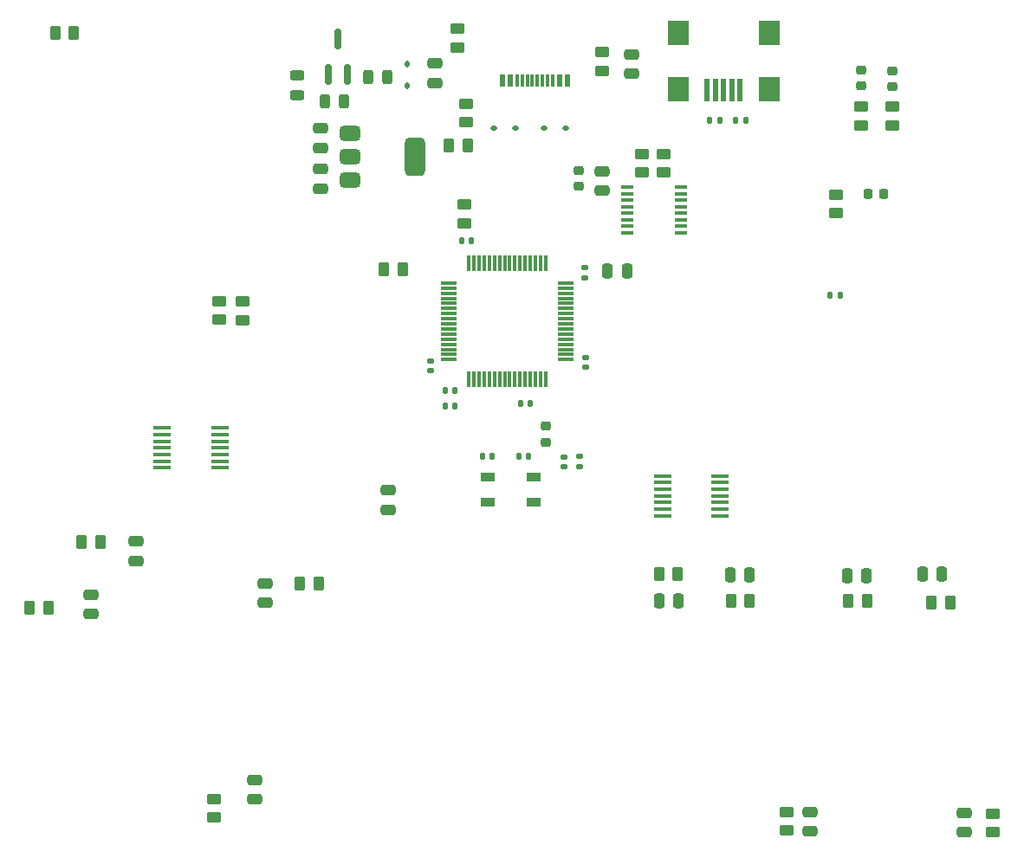
<source format=gbr>
%TF.GenerationSoftware,KiCad,Pcbnew,8.0.6*%
%TF.CreationDate,2025-01-09T21:18:53+11:00*%
%TF.ProjectId,drone_remote,64726f6e-655f-4726-956d-6f74652e6b69,rev?*%
%TF.SameCoordinates,Original*%
%TF.FileFunction,Paste,Top*%
%TF.FilePolarity,Positive*%
%FSLAX46Y46*%
G04 Gerber Fmt 4.6, Leading zero omitted, Abs format (unit mm)*
G04 Created by KiCad (PCBNEW 8.0.6) date 2025-01-09 21:18:53*
%MOMM*%
%LPD*%
G01*
G04 APERTURE LIST*
G04 Aperture macros list*
%AMRoundRect*
0 Rectangle with rounded corners*
0 $1 Rounding radius*
0 $2 $3 $4 $5 $6 $7 $8 $9 X,Y pos of 4 corners*
0 Add a 4 corners polygon primitive as box body*
4,1,4,$2,$3,$4,$5,$6,$7,$8,$9,$2,$3,0*
0 Add four circle primitives for the rounded corners*
1,1,$1+$1,$2,$3*
1,1,$1+$1,$4,$5*
1,1,$1+$1,$6,$7*
1,1,$1+$1,$8,$9*
0 Add four rect primitives between the rounded corners*
20,1,$1+$1,$2,$3,$4,$5,0*
20,1,$1+$1,$4,$5,$6,$7,0*
20,1,$1+$1,$6,$7,$8,$9,0*
20,1,$1+$1,$8,$9,$2,$3,0*%
G04 Aperture macros list end*
%ADD10RoundRect,0.140000X-0.140000X-0.170000X0.140000X-0.170000X0.140000X0.170000X-0.140000X0.170000X0*%
%ADD11RoundRect,0.250000X-0.450000X0.262500X-0.450000X-0.262500X0.450000X-0.262500X0.450000X0.262500X0*%
%ADD12RoundRect,0.162500X0.162500X-0.837500X0.162500X0.837500X-0.162500X0.837500X-0.162500X-0.837500X0*%
%ADD13RoundRect,0.250000X0.475000X-0.250000X0.475000X0.250000X-0.475000X0.250000X-0.475000X-0.250000X0*%
%ADD14RoundRect,0.250000X0.262500X0.450000X-0.262500X0.450000X-0.262500X-0.450000X0.262500X-0.450000X0*%
%ADD15RoundRect,0.250000X0.450000X-0.262500X0.450000X0.262500X-0.450000X0.262500X-0.450000X-0.262500X0*%
%ADD16RoundRect,0.250000X0.250000X0.475000X-0.250000X0.475000X-0.250000X-0.475000X0.250000X-0.475000X0*%
%ADD17R,1.676400X0.355600*%
%ADD18RoundRect,0.218750X-0.256250X0.218750X-0.256250X-0.218750X0.256250X-0.218750X0.256250X0.218750X0*%
%ADD19RoundRect,0.140000X0.140000X0.170000X-0.140000X0.170000X-0.140000X-0.170000X0.140000X-0.170000X0*%
%ADD20RoundRect,0.250000X-0.262500X-0.450000X0.262500X-0.450000X0.262500X0.450000X-0.262500X0.450000X0*%
%ADD21RoundRect,0.250000X-0.250000X-0.475000X0.250000X-0.475000X0.250000X0.475000X-0.250000X0.475000X0*%
%ADD22RoundRect,0.112500X0.187500X0.112500X-0.187500X0.112500X-0.187500X-0.112500X0.187500X-0.112500X0*%
%ADD23R,1.200000X0.400000*%
%ADD24RoundRect,0.250000X-0.475000X0.250000X-0.475000X-0.250000X0.475000X-0.250000X0.475000X0.250000X0*%
%ADD25RoundRect,0.075000X0.075000X-0.700000X0.075000X0.700000X-0.075000X0.700000X-0.075000X-0.700000X0*%
%ADD26RoundRect,0.075000X0.700000X-0.075000X0.700000X0.075000X-0.700000X0.075000X-0.700000X-0.075000X0*%
%ADD27RoundRect,0.243750X0.243750X0.456250X-0.243750X0.456250X-0.243750X-0.456250X0.243750X-0.456250X0*%
%ADD28RoundRect,0.243750X-0.243750X-0.456250X0.243750X-0.456250X0.243750X0.456250X-0.243750X0.456250X0*%
%ADD29RoundRect,0.112500X-0.187500X-0.112500X0.187500X-0.112500X0.187500X0.112500X-0.187500X0.112500X0*%
%ADD30RoundRect,0.140000X-0.170000X0.140000X-0.170000X-0.140000X0.170000X-0.140000X0.170000X0.140000X0*%
%ADD31RoundRect,0.140000X0.170000X-0.140000X0.170000X0.140000X-0.170000X0.140000X-0.170000X-0.140000X0*%
%ADD32R,1.447800X0.889000*%
%ADD33RoundRect,0.375000X-0.625000X-0.375000X0.625000X-0.375000X0.625000X0.375000X-0.625000X0.375000X0*%
%ADD34RoundRect,0.500000X-0.500000X-1.400000X0.500000X-1.400000X0.500000X1.400000X-0.500000X1.400000X0*%
%ADD35RoundRect,0.112500X0.112500X-0.187500X0.112500X0.187500X-0.112500X0.187500X-0.112500X-0.187500X0*%
%ADD36RoundRect,0.218750X0.218750X0.256250X-0.218750X0.256250X-0.218750X-0.256250X0.218750X-0.256250X0*%
%ADD37RoundRect,0.243750X0.456250X-0.243750X0.456250X0.243750X-0.456250X0.243750X-0.456250X-0.243750X0*%
%ADD38R,0.508000X2.311400*%
%ADD39R,2.006600X2.489200*%
%ADD40R,0.600000X1.150000*%
%ADD41R,0.300000X1.150000*%
%ADD42RoundRect,0.135000X-0.135000X-0.185000X0.135000X-0.185000X0.135000X0.185000X-0.135000X0.185000X0*%
G04 APERTURE END LIST*
D10*
%TO.C,C1*%
X111700000Y-43600000D03*
X112660000Y-43600000D03*
%TD*%
D11*
%TO.C,R6*%
X123950000Y-42275000D03*
X123950000Y-44100000D03*
%TD*%
D12*
%TO.C,Q1*%
X71850000Y-39120000D03*
X73750000Y-39120000D03*
X72800000Y-35700000D03*
%TD*%
D13*
%TO.C,C27*%
X134025000Y-113250000D03*
X134025000Y-111350000D03*
%TD*%
D11*
%TO.C,R1*%
X98600000Y-36975000D03*
X98600000Y-38800000D03*
%TD*%
D14*
%TO.C,R16*%
X47000000Y-35100000D03*
X45175000Y-35100000D03*
%TD*%
D15*
%TO.C,R20*%
X136825000Y-113250000D03*
X136825000Y-111425000D03*
%TD*%
D16*
%TO.C,C25*%
X124475000Y-88200000D03*
X122575000Y-88200000D03*
%TD*%
D17*
%TO.C,U3*%
X55630600Y-73699999D03*
X55630600Y-74350000D03*
X55630600Y-75000001D03*
X55630600Y-75650000D03*
X55630600Y-76299999D03*
X55630600Y-76950000D03*
X55630600Y-77599999D03*
X61269400Y-77600001D03*
X61269400Y-76950000D03*
X61269400Y-76300001D03*
X61269400Y-75650000D03*
X61269400Y-75000001D03*
X61269400Y-74350000D03*
X61269400Y-73700001D03*
%TD*%
D13*
%TO.C,C18*%
X82275000Y-39950000D03*
X82275000Y-38050000D03*
%TD*%
D18*
%TO.C,L1*%
X96300000Y-48512500D03*
X96300000Y-50087500D03*
%TD*%
D13*
%TO.C,C22*%
X48700000Y-91900000D03*
X48700000Y-90000000D03*
%TD*%
D15*
%TO.C,R8*%
X85200000Y-53700000D03*
X85200000Y-51875000D03*
%TD*%
D19*
%TO.C,C8*%
X85827894Y-55405734D03*
X84867894Y-55405734D03*
%TD*%
D18*
%TO.C,L2*%
X93100000Y-73525000D03*
X93100000Y-75100000D03*
%TD*%
D20*
%TO.C,R22*%
X111200000Y-90600000D03*
X113025000Y-90600000D03*
%TD*%
D13*
%TO.C,C4*%
X77700000Y-81700000D03*
X77700000Y-79800000D03*
%TD*%
D15*
%TO.C,R3*%
X104600000Y-48725000D03*
X104600000Y-46900000D03*
%TD*%
D11*
%TO.C,R2*%
X102500000Y-46900000D03*
X102500000Y-48725000D03*
%TD*%
D21*
%TO.C,C28*%
X111125000Y-88100000D03*
X113025000Y-88100000D03*
%TD*%
D22*
%TO.C,D2*%
X90150000Y-44375000D03*
X88050000Y-44375000D03*
%TD*%
D23*
%TO.C,U5*%
X106300000Y-54622500D03*
X106300000Y-53987500D03*
X106300000Y-53352500D03*
X106300000Y-52717500D03*
X106300000Y-52082500D03*
X106300000Y-51447500D03*
X106300000Y-50812500D03*
X106300000Y-50177500D03*
X101100000Y-50177500D03*
X101100000Y-50812500D03*
X101100000Y-51447500D03*
X101100000Y-52082500D03*
X101100000Y-52717500D03*
X101100000Y-53352500D03*
X101100000Y-53987500D03*
X101100000Y-54622500D03*
%TD*%
D15*
%TO.C,R15*%
X60700000Y-111800000D03*
X60700000Y-109975000D03*
%TD*%
D13*
%TO.C,C20*%
X71100000Y-50300000D03*
X71100000Y-48400000D03*
%TD*%
%TO.C,C21*%
X65700000Y-90800000D03*
X65700000Y-88900000D03*
%TD*%
D14*
%TO.C,R13*%
X49600000Y-84900000D03*
X47775000Y-84900000D03*
%TD*%
D11*
%TO.C,R5*%
X61200000Y-61287500D03*
X61200000Y-63112500D03*
%TD*%
D24*
%TO.C,C3*%
X101500000Y-37150000D03*
X101500000Y-39050000D03*
%TD*%
D19*
%TO.C,C2*%
X110100000Y-43600000D03*
X109140000Y-43600000D03*
%TD*%
D18*
%TO.C,D7*%
X126962500Y-38787500D03*
X126962500Y-40362500D03*
%TD*%
D13*
%TO.C,C5*%
X98600000Y-50500000D03*
X98600000Y-48600000D03*
%TD*%
D25*
%TO.C,U1*%
X85600000Y-68950000D03*
X86100000Y-68950000D03*
X86600000Y-68950000D03*
X87100000Y-68950000D03*
X87600000Y-68950000D03*
X88100000Y-68950000D03*
X88600000Y-68950000D03*
X89100000Y-68950000D03*
X89600000Y-68950000D03*
X90100000Y-68950000D03*
X90600000Y-68950000D03*
X91100000Y-68950000D03*
X91600000Y-68950000D03*
X92100000Y-68950000D03*
X92600000Y-68950000D03*
X93100000Y-68950000D03*
D26*
X95025000Y-67025000D03*
X95025000Y-66525000D03*
X95025000Y-66025000D03*
X95025000Y-65525000D03*
X95025000Y-65025000D03*
X95025000Y-64525000D03*
X95025000Y-64025000D03*
X95025000Y-63525000D03*
X95025000Y-63025000D03*
X95025000Y-62525000D03*
X95025000Y-62025000D03*
X95025000Y-61525000D03*
X95025000Y-61025000D03*
X95025000Y-60525000D03*
X95025000Y-60025000D03*
X95025000Y-59525000D03*
D25*
X93100000Y-57600000D03*
X92600000Y-57600000D03*
X92100000Y-57600000D03*
X91600000Y-57600000D03*
X91100000Y-57600000D03*
X90600000Y-57600000D03*
X90100000Y-57600000D03*
X89600000Y-57600000D03*
X89100000Y-57600000D03*
X88600000Y-57600000D03*
X88100000Y-57600000D03*
X87600000Y-57600000D03*
X87100000Y-57600000D03*
X86600000Y-57600000D03*
X86100000Y-57600000D03*
X85600000Y-57600000D03*
D26*
X83675000Y-59525000D03*
X83675000Y-60025000D03*
X83675000Y-60525000D03*
X83675000Y-61025000D03*
X83675000Y-61525000D03*
X83675000Y-62025000D03*
X83675000Y-62525000D03*
X83675000Y-63025000D03*
X83675000Y-63525000D03*
X83675000Y-64025000D03*
X83675000Y-64525000D03*
X83675000Y-65025000D03*
X83675000Y-65525000D03*
X83675000Y-66025000D03*
X83675000Y-66525000D03*
X83675000Y-67025000D03*
%TD*%
D27*
%TO.C,F1*%
X77600000Y-39400000D03*
X75725000Y-39400000D03*
%TD*%
D28*
%TO.C,D5*%
X71525000Y-41800000D03*
X73400000Y-41800000D03*
%TD*%
D11*
%TO.C,R17*%
X121500000Y-50900000D03*
X121500000Y-52725000D03*
%TD*%
D15*
%TO.C,R4*%
X84500000Y-36512500D03*
X84500000Y-34687500D03*
%TD*%
D20*
%TO.C,R10*%
X69100000Y-88900000D03*
X70925000Y-88900000D03*
%TD*%
D19*
%TO.C,C16*%
X87910000Y-76475000D03*
X86950000Y-76475000D03*
%TD*%
D13*
%TO.C,C24*%
X64700000Y-110000000D03*
X64700000Y-108100000D03*
%TD*%
D29*
%TO.C,D1*%
X92975000Y-44400000D03*
X95075000Y-44400000D03*
%TD*%
D30*
%TO.C,C7*%
X81850000Y-67170000D03*
X81850000Y-68130000D03*
%TD*%
D31*
%TO.C,C10*%
X97000000Y-67750000D03*
X97000000Y-66790000D03*
%TD*%
D15*
%TO.C,R12*%
X85350000Y-43825000D03*
X85350000Y-42000000D03*
%TD*%
D14*
%TO.C,R18*%
X124500000Y-90600000D03*
X122675000Y-90600000D03*
%TD*%
D30*
%TO.C,C13*%
X96400000Y-76500000D03*
X96400000Y-77460000D03*
%TD*%
D32*
%TO.C,X1*%
X87479600Y-80975000D03*
X91950000Y-80975000D03*
X91950000Y-78475000D03*
X87479600Y-78475000D03*
%TD*%
D13*
%TO.C,C29*%
X118950000Y-113150000D03*
X118950000Y-111250000D03*
%TD*%
D33*
%TO.C,U2*%
X74000000Y-44900000D03*
X74000000Y-47200000D03*
D34*
X80300000Y-47200000D03*
D33*
X74000000Y-49500000D03*
%TD*%
D16*
%TO.C,C26*%
X131850000Y-88000000D03*
X129950000Y-88000000D03*
%TD*%
D14*
%TO.C,R21*%
X106012500Y-88000000D03*
X104187500Y-88000000D03*
%TD*%
D30*
%TO.C,C14*%
X94900000Y-76540000D03*
X94900000Y-77500000D03*
%TD*%
D20*
%TO.C,R11*%
X83662500Y-46100000D03*
X85487500Y-46100000D03*
%TD*%
D11*
%TO.C,R23*%
X116650000Y-111250000D03*
X116650000Y-113075000D03*
%TD*%
D24*
%TO.C,C19*%
X71100000Y-44400000D03*
X71100000Y-46300000D03*
%TD*%
D10*
%TO.C,C17*%
X90490000Y-76475000D03*
X91450000Y-76475000D03*
%TD*%
%TO.C,C6*%
X83290000Y-71562500D03*
X84250000Y-71562500D03*
%TD*%
D17*
%TO.C,U4*%
X110169400Y-82300001D03*
X110169400Y-81650000D03*
X110169400Y-80999999D03*
X110169400Y-80350000D03*
X110169400Y-79700001D03*
X110169400Y-79050000D03*
X110169400Y-78400001D03*
X104530600Y-78399999D03*
X104530600Y-79050000D03*
X104530600Y-79699999D03*
X104530600Y-80350000D03*
X104530600Y-80999999D03*
X104530600Y-81650000D03*
X104530600Y-82299999D03*
%TD*%
D18*
%TO.C,D6*%
X123962500Y-38695000D03*
X123962500Y-40270000D03*
%TD*%
D35*
%TO.C,D3*%
X79600000Y-40235000D03*
X79600000Y-38135000D03*
%TD*%
D36*
%TO.C,D8*%
X126175000Y-50850000D03*
X124600000Y-50850000D03*
%TD*%
D10*
%TO.C,C12*%
X90640000Y-71300000D03*
X91600000Y-71300000D03*
%TD*%
D11*
%TO.C,R25*%
X63500000Y-61337500D03*
X63500000Y-63162500D03*
%TD*%
D14*
%TO.C,R19*%
X132625000Y-90800000D03*
X130800000Y-90800000D03*
%TD*%
D20*
%TO.C,R9*%
X77287500Y-58200000D03*
X79112500Y-58200000D03*
%TD*%
D37*
%TO.C,D4*%
X68800000Y-41137500D03*
X68800000Y-39262500D03*
%TD*%
D31*
%TO.C,C9*%
X96920594Y-59010000D03*
X96920594Y-58050000D03*
%TD*%
D16*
%TO.C,C15*%
X101050000Y-58400000D03*
X99150000Y-58400000D03*
%TD*%
D38*
%TO.C,J2*%
X112099999Y-40661000D03*
X111300001Y-40661000D03*
X110500000Y-40661000D03*
X109699999Y-40661000D03*
X108900001Y-40661000D03*
D39*
X114950000Y-40565802D03*
X106050000Y-40565802D03*
X114950000Y-35055000D03*
X106050000Y-35055000D03*
%TD*%
D40*
%TO.C,J3*%
X95250000Y-39700000D03*
X94450000Y-39700000D03*
D41*
X93300000Y-39700000D03*
X92300000Y-39700000D03*
X91800000Y-39700000D03*
X90800000Y-39700000D03*
D40*
X88850000Y-39700000D03*
X89650000Y-39700000D03*
D41*
X90300000Y-39700000D03*
X91300000Y-39700000D03*
X92800000Y-39700000D03*
X93800000Y-39700000D03*
%TD*%
D13*
%TO.C,C23*%
X53100000Y-86700000D03*
X53100000Y-84800000D03*
%TD*%
D14*
%TO.C,R14*%
X44500000Y-91300000D03*
X42675000Y-91300000D03*
%TD*%
D10*
%TO.C,C11*%
X83290000Y-70037500D03*
X84250000Y-70037500D03*
%TD*%
D16*
%TO.C,C30*%
X106100000Y-90600000D03*
X104200000Y-90600000D03*
%TD*%
D42*
%TO.C,R24*%
X120880000Y-60750000D03*
X121900000Y-60750000D03*
%TD*%
D11*
%TO.C,R7*%
X126950000Y-42275000D03*
X126950000Y-44100000D03*
%TD*%
M02*

</source>
